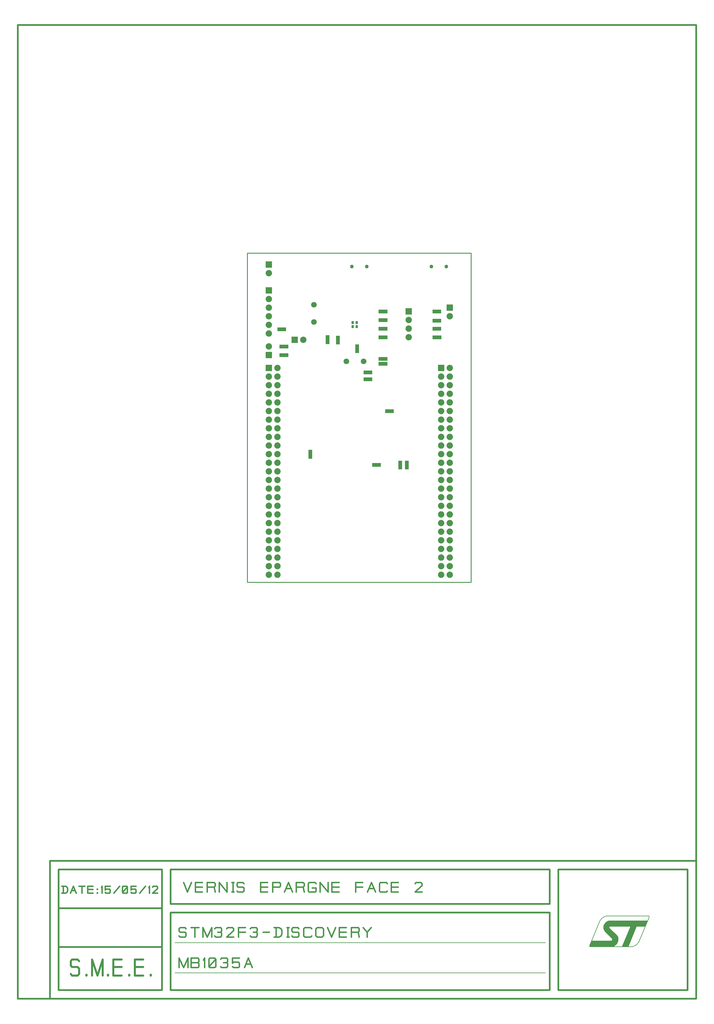
<source format=gbr>
G70*
%FSLAX55Y55*%
%ADD11C,0.01000*%
%ADD12C,0.00800*%
%ADD13C,0.02000*%
%ADD14R,0.07394X0.07394*%
%ADD15C,0.07394*%
%ADD16C,0.00100*%
%ADD17C,0.01000*%
%ADD18C,0.06594*%
%ADD19R,0.07394X0.07394*%
%ADD20C,0.04331*%
%ADD21R,0.03000X0.03700*%
%ADD22C,0.01500*%
%ADD23C,0.02480*%
%ADD24C,0.01575*%
D11*
X285882Y503057D02*
X545725Y503057D01*
X545725Y884947*
X285882Y884947*
X285882Y503057*
D12*
G36*
X685804Y86797D02*
X708758Y86807D01*
X709804Y88897*
X700804Y97897*
X699604Y100597*
X699604Y103897*
X699904Y105097*
X701104Y107197*
X702304Y108397*
X703804Y109297*
X705604Y109897*
X707704Y110197*
X750304Y110197*
X747904Y103897*
X747604Y103597*
X737704Y103597*
X728104Y80797*
X721204Y80797*
X730504Y102697*
X730504Y103597*
X706804Y103597*
X706204Y103297*
X705904Y102697*
X705904Y101797*
X706204Y101497*
X714904Y93097*
X715804Y91597*
X716104Y90097*
X716404Y89797*
X716404Y87097*
G75*
G02X711604Y80797I-08949J01839*
G01X683404Y80797*
X683404Y81397*
X685504Y86497*
X685804Y86797*
G37*
X708758Y86807*
X709804Y88897*
X700804Y97897*
X699604Y100597*
X699604Y103897*
X699904Y105097*
X701104Y107197*
X702304Y108397*
X703804Y109297*
X705604Y109897*
X707704Y110197*
X750304Y110197*
X747904Y103897*
X747604Y103597*
X737704Y103597*
X728104Y80797*
X721204Y80797*
X730504Y102697*
X730504Y103597*
X706804Y103597*
X706204Y103297*
X705904Y102697*
X705904Y101797*
X706204Y101497*
X714904Y93097*
X715804Y91597*
X716104Y90097*
X716404Y89797*
X716404Y87097*
G75*
G02X711604Y80797I-08949J01839*
G01X683404Y80797*
X683404Y81397*
X685504Y86497*
X685804Y86797*
X202051Y49689D02*
X632051Y49689D01*
D13*
X197051Y129689D02*
X637051Y129689D01*
X67050Y29689D02*
X187051Y29689D01*
D12*
X202051Y84689D02*
X632051Y84689D01*
D13*
X197051Y119689D02*
X637051Y119689D01*
D12*
X684004Y80197D02*
X683404Y80797D01*
X683404Y81397*
X695404Y110497*
G75*
G02X702004Y115597I08543J-04235*
G01X751804Y115597*
X752104Y115297*
X752104Y114097*
X740104Y85297*
G75*
G02X733504Y80197I-08825J04600*
G01X684004Y80197*
D13*
X637051Y129689D02*
X637051Y169689D01*
X57051Y179689D02*
X807051Y179689D01*
X67050Y124689D02*
X187051Y124689D01*
X67050Y169689D02*
X187051Y169689D01*
X197051Y169689D02*
X637051Y169689D01*
X197051Y29689D02*
X197051Y119689D01*
X197051Y129689D02*
X197051Y169689D01*
X67050Y29689D02*
X67050Y169689D01*
X637051Y29689D02*
X637051Y119689D01*
X647051Y169689D02*
X797051Y169689D01*
X647051Y29689D02*
X797051Y29689D01*
X19649Y19689D02*
X19649Y1149611D01*
X19649Y19689D02*
X807051Y19689D01*
X57051Y19689D02*
X57051Y179689D01*
X187051Y29689D02*
X187051Y169689D01*
X647051Y29689D02*
X647051Y169689D01*
X797051Y29689D02*
X797051Y169689D01*
X67050Y79689D02*
X187051Y79689D01*
X807051Y19689D02*
X807051Y1149611D01*
X197051Y29689D02*
X637051Y29689D01*
X19649Y1149611D02*
X807051Y1149611D01*
D14*
X310804Y841797D03*
D15*
X310804Y831797D03*
X310804Y821797D03*
X310804Y811797D03*
X310804Y801797D03*
X310804Y791797D03*
D16*
G36*
X448225Y805479D02*
X438382Y805479D01*
X438382Y809416*
X448225Y809416*
X448225Y805479*
G37*
X438382Y805479*
X438382Y809416*
X448225Y809416*
X448225Y805479*
D17*
X445272Y807447D03*
X440941Y807447D03*
D18*
X363323Y804911D03*
X363323Y824911D03*
D16*
G36*
X510867Y785325D02*
X501024Y785325D01*
X501024Y789262*
X510867Y789262*
X510867Y785325*
G37*
X501024Y785325*
X501024Y789262*
X510867Y789262*
X510867Y785325*
D17*
X507914Y787294D03*
X503583Y787294D03*
D16*
G36*
X448225Y815479D02*
X438382Y815479D01*
X438382Y819416*
X448225Y819416*
X448225Y815479*
G37*
X438382Y815479*
X438382Y819416*
X448225Y819416*
X448225Y815479*
D17*
X445272Y817447D03*
X440941Y817447D03*
D16*
G36*
X448225Y795479D02*
X438382Y795479D01*
X438382Y799416*
X448225Y799416*
X448225Y795479*
G37*
X438382Y795479*
X438382Y799416*
X448225Y799416*
X448225Y795479*
D17*
X445272Y797447D03*
X440941Y797447D03*
D14*
X310804Y871797D03*
D15*
X310804Y861797D03*
D16*
G36*
X510725Y795479D02*
X500882Y795479D01*
X500882Y799416*
X510725Y799416*
X510725Y795479*
G37*
X500882Y795479*
X500882Y799416*
X510725Y799416*
X510725Y795479*
D17*
X507772Y797447D03*
X503441Y797447D03*
D16*
G36*
X448225Y785479D02*
X438382Y785479D01*
X438382Y789416*
X448225Y789416*
X448225Y785479*
G37*
X438382Y785479*
X438382Y789416*
X448225Y789416*
X448225Y785479*
D17*
X445272Y787447D03*
X440941Y787447D03*
D16*
G36*
X510725Y815479D02*
X500882Y815479D01*
X500882Y819416*
X510725Y819416*
X510725Y815479*
G37*
X500882Y815479*
X500882Y819416*
X510725Y819416*
X510725Y815479*
D17*
X507772Y817447D03*
X503441Y817447D03*
D16*
G36*
X333225Y774829D02*
X323382Y774829D01*
X323382Y778766*
X333225Y778766*
X333225Y774829*
G37*
X323382Y774829*
X323382Y778766*
X333225Y778766*
X333225Y774829*
D17*
X330272Y776797D03*
X325941Y776797D03*
D16*
G36*
X333225Y764829D02*
X323382Y764829D01*
X323382Y768766*
X333225Y768766*
X333225Y764829*
G37*
X323382Y764829*
X323382Y768766*
X333225Y768766*
X333225Y764829*
D17*
X330272Y766797D03*
X325941Y766797D03*
D19*
X340804Y784297D03*
D15*
X350804Y784297D03*
D16*
G36*
X330725Y794829D02*
X320882Y794829D01*
X320882Y798766*
X330725Y798766*
X330725Y794829*
G37*
X320882Y794829*
X320882Y798766*
X330725Y798766*
X330725Y794829*
D17*
X327772Y796797D03*
X323441Y796797D03*
D16*
G36*
X448225Y754829D02*
X438382Y754829D01*
X438382Y758766*
X448225Y758766*
X448225Y754829*
G37*
X438382Y754829*
X438382Y758766*
X448225Y758766*
X448225Y754829*
D17*
X445272Y756797D03*
X440941Y756797D03*
D14*
X310804Y751797D03*
D15*
X320804Y751797D03*
X310804Y741797D03*
X320804Y741797D03*
X310804Y731797D03*
X320804Y731797D03*
X310804Y721797D03*
X320804Y721797D03*
X310804Y711797D03*
X320804Y711797D03*
X310804Y701797D03*
X320804Y701797D03*
X310804Y691797D03*
X320804Y691797D03*
X310804Y681797D03*
X320804Y681797D03*
X310804Y671797D03*
X320804Y671797D03*
X310804Y661797D03*
X320804Y661797D03*
X310804Y651797D03*
X320804Y651797D03*
X310804Y641797D03*
X320804Y641797D03*
X310804Y631797D03*
X320804Y631797D03*
X310804Y621797D03*
X320804Y621797D03*
X310804Y611797D03*
X320804Y611797D03*
X310804Y601797D03*
X320804Y601797D03*
X310804Y591797D03*
X320804Y591797D03*
X310804Y581797D03*
X320804Y581797D03*
X310804Y571797D03*
X320804Y571797D03*
X310804Y561797D03*
X320804Y561797D03*
X310804Y551797D03*
X320804Y551797D03*
X310804Y541797D03*
X320804Y541797D03*
X310804Y531797D03*
X320804Y531797D03*
X310804Y521797D03*
X320804Y521797D03*
X310804Y511797D03*
X320804Y511797D03*
D14*
X473304Y817447D03*
D15*
X473304Y807447D03*
X473304Y797447D03*
X473304Y787447D03*
D14*
X310804Y766797D03*
D15*
X310804Y776797D03*
D16*
G36*
X360772Y656718D02*
X360772Y646876D01*
X356835Y646876*
X356835Y656718*
X360772Y656718*
G37*
X360772Y646876*
X356835Y646876*
X356835Y656718*
X360772Y656718*
D17*
X358804Y653766D03*
X358804Y649435D03*
D14*
X510804Y751797D03*
D15*
X520804Y751797D03*
X510804Y741797D03*
X520804Y741797D03*
X510804Y731797D03*
X520804Y731797D03*
X510804Y721797D03*
X520804Y721797D03*
X510804Y711797D03*
X520804Y711797D03*
X510804Y701797D03*
X520804Y701797D03*
X510804Y691797D03*
X520804Y691797D03*
X510804Y681797D03*
X520804Y681797D03*
X510804Y671797D03*
X520804Y671797D03*
X510804Y661797D03*
X520804Y661797D03*
X510804Y651797D03*
X520804Y651797D03*
X510804Y641797D03*
X520804Y641797D03*
X510804Y631797D03*
X520804Y631797D03*
X510804Y621797D03*
X520804Y621797D03*
X510804Y611797D03*
X520804Y611797D03*
X510804Y601797D03*
X520804Y601797D03*
X510804Y591797D03*
X520804Y591797D03*
X510804Y581797D03*
X520804Y581797D03*
X510804Y571797D03*
X520804Y571797D03*
X510804Y561797D03*
X520804Y561797D03*
X510804Y551797D03*
X520804Y551797D03*
X510804Y541797D03*
X520804Y541797D03*
X510804Y531797D03*
X520804Y531797D03*
X510804Y521797D03*
X520804Y521797D03*
X510804Y511797D03*
X520804Y511797D03*
D14*
X520804Y821797D03*
D15*
X520804Y811797D03*
D20*
X424442Y869297D03*
X407142Y869297D03*
D16*
G36*
X510725Y804829D02*
X500882Y804829D01*
X500882Y808766*
X510725Y808766*
X510725Y804829*
G37*
X500882Y804829*
X500882Y808766*
X510725Y808766*
X510725Y804829*
D17*
X507772Y806797D03*
X503441Y806797D03*
D16*
G36*
X415272Y779218D02*
X415272Y769376D01*
X411335Y769376*
X411335Y779218*
X415272Y779218*
G37*
X415272Y769376*
X411335Y769376*
X411335Y779218*
X415272Y779218*
D17*
X413304Y776266D03*
X413304Y771935D03*
D18*
X400767Y759277D03*
X420767Y759277D03*
D16*
G36*
X430725Y744829D02*
X420882Y744829D01*
X420882Y748766*
X430725Y748766*
X430725Y744829*
G37*
X420882Y744829*
X420882Y748766*
X430725Y748766*
X430725Y744829*
D17*
X427772Y746797D03*
X423441Y746797D03*
D16*
G36*
X430725Y736829D02*
X420882Y736829D01*
X420882Y740766*
X430725Y740766*
X430725Y736829*
G37*
X420882Y736829*
X420882Y740766*
X430725Y740766*
X430725Y736829*
D17*
X427772Y738797D03*
X423441Y738797D03*
D16*
G36*
X445882Y703766D02*
X455725Y703766D01*
X455725Y699829*
X445882Y699829*
X445882Y703766*
G37*
X455725Y703766*
X455725Y699829*
X445882Y699829*
X445882Y703766*
D17*
X448835Y701797D03*
X453166Y701797D03*
D16*
G36*
X376835Y779876D02*
X376835Y789718D01*
X380772Y789718*
X380772Y779876*
X376835Y779876*
G37*
X376835Y789718*
X380772Y789718*
X380772Y779876*
X376835Y779876*
D17*
X378804Y782829D03*
X378804Y787159D03*
D16*
G36*
X448225Y760329D02*
X438382Y760329D01*
X438382Y764266*
X448225Y764266*
X448225Y760329*
G37*
X438382Y760329*
X438382Y764266*
X448225Y764266*
X448225Y760329*
D17*
X445272Y762297D03*
X440941Y762297D03*
D16*
G36*
X392772Y789218D02*
X392772Y779376D01*
X388835Y779376*
X388835Y789218*
X392772Y789218*
G37*
X392772Y779376*
X388835Y779376*
X388835Y789218*
X392772Y789218*
D17*
X390804Y786266D03*
X390804Y781935D03*
D20*
X516942Y869297D03*
X499642Y869297D03*
D16*
G36*
X465272Y644218D02*
X465272Y634376D01*
X461335Y634376*
X461335Y644218*
X465272Y644218*
G37*
X465272Y634376*
X461335Y634376*
X461335Y644218*
X465272Y644218*
D17*
X463304Y641266D03*
X463304Y636935D03*
D16*
G36*
X472772Y644218D02*
X472772Y634376D01*
X468835Y634376*
X468835Y644218*
X472772Y644218*
G37*
X472772Y634376*
X468835Y634376*
X468835Y644218*
X472772Y644218*
D17*
X470804Y641266D03*
X470804Y636935D03*
D16*
G36*
X430882Y641266D02*
X440725Y641266D01*
X440725Y637329*
X430882Y637329*
X430882Y641266*
G37*
X440725Y641266*
X440725Y637329*
X430882Y637329*
X430882Y641266*
D17*
X433835Y639297D03*
X438166Y639297D03*
D21*
X408104Y799635D03*
X408104Y804359D03*
X413004Y804309D03*
X413004Y799585D03*
D22*
X70604Y140307D02*
X70604Y150307*
X74771Y150307D01*
X76437Y149473*
X77271Y147807*
X77271Y144890*
X76437Y143223*
X74771Y142390*
X70604Y142390*
X72271Y142390D02*
X72271Y150307D01*
X80604Y142390D02*
X83937Y150307D01*
X87270Y142390*
X81854Y145307D02*
X86020Y145307D01*
X90603Y150307D02*
X97270Y150307D01*
X93937Y150307D02*
X93937Y142390D01*
X106436Y142390D02*
X100603Y142390D01*
X100603Y150307*
X106436Y150307*
X106436Y146557D02*
X100603Y146557D01*
X111853Y142390D02*
X111644Y142390D01*
X111644Y142807*
X111853Y142807*
X111853Y142390*
X111853Y146557D02*
X111644Y146557D01*
X111644Y146973*
X111853Y146973*
X111853Y146557*
D23*
X80804Y41797D02*
X80804Y48687*
X82182Y46718D01*
X89071Y46718*
X90449Y48687*
X90449Y54592*
X89071Y56561*
X82182Y56561*
X80804Y58529*
X80804Y63451*
X82182Y65419*
X89071Y65419*
X90449Y63451*
X99406Y46718D02*
X99062Y46718D01*
X99062Y47703*
X99406Y47703*
X99406Y46718*
X105607Y46718D02*
X105607Y65419D01*
X111808Y46718*
X118008Y65419*
X118008Y46718*
X124209Y46718D02*
X123865Y46718D01*
X123865Y47703*
X124209Y47703*
X124209Y46718*
X140056Y46718D02*
X130410Y46718D01*
X130410Y65419*
X140056Y65419*
X140056Y56561D02*
X130410Y56561D01*
X149012Y46718D02*
X148668Y46718D01*
X148668Y47703*
X149012Y47703*
X149012Y46718*
X164859Y46718D02*
X155213Y46718D01*
X155213Y65419*
X164859Y65419*
X164859Y56561D02*
X155213Y56561D01*
X173815Y46718D02*
X173471Y46718D01*
X173471Y47703*
X173815Y47703*
X173815Y46718*
D22*
X115880Y140307D02*
X117338Y142390*
X117338Y150307D01*
X116505Y148640*
X120879Y143223D02*
X121713Y142390D01*
X125879Y142390*
X126713Y143223*
X126713Y146140*
X125879Y146973*
X121713Y146973*
X120879Y146140*
X120879Y150307*
X126713Y150307*
X130879Y142390D02*
X137546Y150307D01*
X146712Y143223D02*
X145879Y142390D01*
X141712Y142390*
X140879Y143223*
X140879Y149473*
X141712Y150307*
X145879Y150307*
X146712Y149473*
X146712Y143223*
X140879Y143223D02*
X146712Y149473D01*
X150878Y143223D02*
X151712Y142390D01*
X155878Y142390*
X156712Y143223*
X156712Y146140*
X155878Y146973*
X151712Y146973*
X150878Y146140*
X150878Y150307*
X156712Y150307*
X160878Y142390D02*
X167545Y150307D01*
X172336Y142390D02*
X172336Y150307D01*
X171503Y148640*
X175878Y149473D02*
X176711Y150307D01*
X180878Y150307*
X181711Y149473*
X181711Y147807*
X180878Y146973*
X175878Y142390*
X181711Y142390*
D24*
X211804Y140797D02*
X211804Y154577*
X216397Y143668D01*
X220990Y154577*
X233621Y143668D02*
X225583Y143668D01*
X225583Y154577*
X233621Y154577*
X233621Y149409D02*
X225583Y149409D01*
X239362Y143668D02*
X239362Y154577D01*
X247400Y154577*
X248548Y153428*
X248548Y150558*
X247400Y149409*
X239362Y149409*
X246252Y149409D02*
X247400Y149409D01*
X248548Y143668*
X253141Y143668D02*
X253141Y154577D01*
X262328Y143668*
X262328Y154577*
X269217Y143668D02*
X269217Y154577D01*
X268069Y143668D02*
X270365Y143668D01*
X268069Y154577D02*
X270365Y154577D01*
X273810Y144816D02*
X274958Y143668D01*
X280700Y143668*
X281848Y144816*
X281848Y148261*
X280700Y149409*
X274958Y149409*
X273810Y150558*
X273810Y153428*
X274958Y154577*
X280700Y154577*
X281848Y153428*
X296776Y140797D02*
X309407Y143668*
X301369Y143668D01*
X301369Y154577*
X309407Y154577*
X309407Y149409D02*
X301369Y149409D01*
X315148Y143668D02*
X315148Y154577D01*
X323186Y154577*
X324334Y153428*
X324334Y150558*
X323186Y149409*
X315148Y149409*
X328927Y143668D02*
X333520Y154577D01*
X338113Y143668*
X330649Y147687D02*
X336391Y147687D01*
X342706Y143668D02*
X342706Y154577D01*
X350744Y154577*
X351893Y153428*
X351893Y150558*
X350744Y149409*
X342706Y149409*
X349596Y149409D02*
X350744Y149409D01*
X351893Y143668*
X361079Y148261D02*
X365672Y148261D01*
X365672Y144816*
X364523Y143668*
X357634Y143668*
X356485Y144816*
X356485Y153428*
X357634Y154577*
X364523Y154577*
X365672Y153428*
X370265Y143668D02*
X370265Y154577D01*
X379451Y143668*
X379451Y154577*
X392082Y143668D02*
X384044Y143668D01*
X384044Y154577*
X392082Y154577*
X392082Y149409D02*
X384044Y149409D01*
X407009Y140797D02*
X411602Y143668*
X411602Y154577D01*
X419640Y154577*
X419640Y149409D02*
X411602Y149409D01*
X425381Y143668D02*
X429975Y154577D01*
X434568Y143668*
X427104Y147687D02*
X432845Y147687D01*
X448347Y144816D02*
X447199Y143668D01*
X440309Y143668*
X439161Y144816*
X439161Y153428*
X440309Y154577*
X447199Y154577*
X448347Y153428*
X460978Y143668D02*
X452940Y143668D01*
X452940Y154577*
X460978Y154577*
X460978Y149409D02*
X452940Y149409D01*
X475905Y140797D02*
X480498Y153428*
X481647Y154577D01*
X487388Y154577*
X488536Y153428*
X488536Y151132*
X487388Y149984*
X480498Y143668*
X488536Y143668*
X206657Y53154D02*
X206657Y56025*
X206657Y66934D01*
X211824Y56025*
X216992Y66934*
X216992Y56025*
X220436Y56025D02*
X220436Y66934D01*
X228474Y66934*
X229623Y65785*
X229623Y62914*
X228474Y61766*
X220436Y61766D02*
X228474Y61766D01*
X229623Y60618*
X229623Y57173*
X228474Y56025*
X220436Y56025*
X236225Y56025D02*
X236225Y66934D01*
X235077Y64637*
X249143Y57173D02*
X247995Y56025D01*
X242253Y56025*
X241105Y57173*
X241105Y65785*
X242253Y66934*
X247995Y66934*
X249143Y65785*
X249143Y57173*
X241105Y57173D02*
X249143Y65785D01*
X254884Y65785D02*
X256033Y66934D01*
X261774Y66934*
X262922Y65785*
X262922Y62914*
X261774Y61766*
X258329Y61766*
X261774Y61766*
X262922Y60618*
X262922Y57747*
X261774Y56025*
X256033Y56025*
X254884Y57173*
X268664Y57173D02*
X269812Y56025D01*
X275553Y56025*
X276702Y57173*
X276702Y61192*
X275553Y62340*
X269812Y62340*
X268664Y61192*
X268664Y66934*
X276702Y66934*
X282443Y56025D02*
X287036Y66934D01*
X291629Y56025*
X284165Y60044D02*
X289907Y60044D01*
X206657Y88587D02*
X206657Y92606*
X207805Y91458D01*
X213547Y91458*
X214695Y92606*
X214695Y96051*
X213547Y97199*
X207805Y97199*
X206657Y98348*
X206657Y101218*
X207805Y102367*
X213547Y102367*
X214695Y101218*
X220436Y102367D02*
X229623Y102367D01*
X225029Y102367D02*
X225029Y91458D01*
X234216Y91458D02*
X234216Y102367D01*
X239383Y91458*
X244550Y102367*
X244550Y91458*
X247995Y101218D02*
X249143Y102367D01*
X254884Y102367*
X256033Y101218*
X256033Y98348*
X254884Y97199*
X251440Y97199*
X254884Y97199*
X256033Y96051*
X256033Y93180*
X254884Y91458*
X249143Y91458*
X247995Y92606*
X261774Y101218D02*
X262922Y102367D01*
X268664Y102367*
X269812Y101218*
X269812Y98922*
X268664Y97773*
X261774Y91458*
X269812Y91458*
X275553Y91458D02*
X275553Y102367D01*
X283591Y102367*
X283591Y97199D02*
X275553Y97199D01*
X289332Y101218D02*
X290481Y102367D01*
X296222Y102367*
X297370Y101218*
X297370Y98348*
X296222Y97199*
X292777Y97199*
X296222Y97199*
X297370Y96051*
X297370Y93180*
X296222Y91458*
X290481Y91458*
X289332Y92606*
X304260Y97199D02*
X311150Y97199D01*
X316891Y102367D02*
X322632Y102367D01*
X324929Y101218*
X326077Y98922*
X326077Y94903*
X324929Y92606*
X322632Y91458*
X316891Y91458*
X319187Y91458D02*
X319187Y102367D01*
X332967Y91458D02*
X332967Y102367D01*
X331818Y91458D02*
X334115Y91458D01*
X331818Y102367D02*
X334115Y102367D01*
X337560Y92606D02*
X338708Y91458D01*
X344449Y91458*
X345598Y92606*
X345598Y96051*
X344449Y97199*
X338708Y97199*
X337560Y98348*
X337560Y101218*
X338708Y102367*
X344449Y102367*
X345598Y101218*
X360525Y92606D02*
X359377Y91458D01*
X352487Y91458*
X351339Y92606*
X351339Y101218*
X352487Y102367*
X359377Y102367*
X360525Y101218*
X374304Y93180D02*
X372582Y91458D01*
X366840Y91458*
X365118Y93180*
X365118Y100644*
X366840Y102367*
X372582Y102367*
X374304Y100644*
X374304Y93180*
X378897Y102367D02*
X383490Y91458D01*
X388084Y102367*
X400714Y91458D02*
X392676Y91458D01*
X392676Y102367*
X400714Y102367*
X400714Y97199D02*
X392676Y97199D01*
X406456Y91458D02*
X406456Y102367D01*
X414494Y102367*
X415642Y101218*
X415642Y98348*
X414494Y97199*
X406456Y97199*
X413345Y97199D02*
X414494Y97199D01*
X415642Y91458*
X420235Y102367D02*
X424828Y97199D01*
X429421Y102367*
X424828Y97199D02*
X424828Y91458D01*
M02*

</source>
